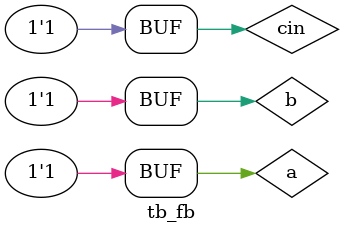
<source format=v>
module tb_fb();

reg a, b, cin;

wire s, cout;

full_adder u1(a, b, cin, s, cout);

initial begin
       #10 a=0; b=0; cin=0;
       #10 a=1; b=0; cin=0;
       #10 a=0; b=1; cin=0;
       #10 a=0; b=0; cin=1;
       #10 a=1; b=1; cin=0;
       #10 a=1; b=0; cin=1;
       #10 a=0; b=1; cin=1;
       #10 a=1; b=1; cin=1;
end

endmodule       
       
        
</source>
